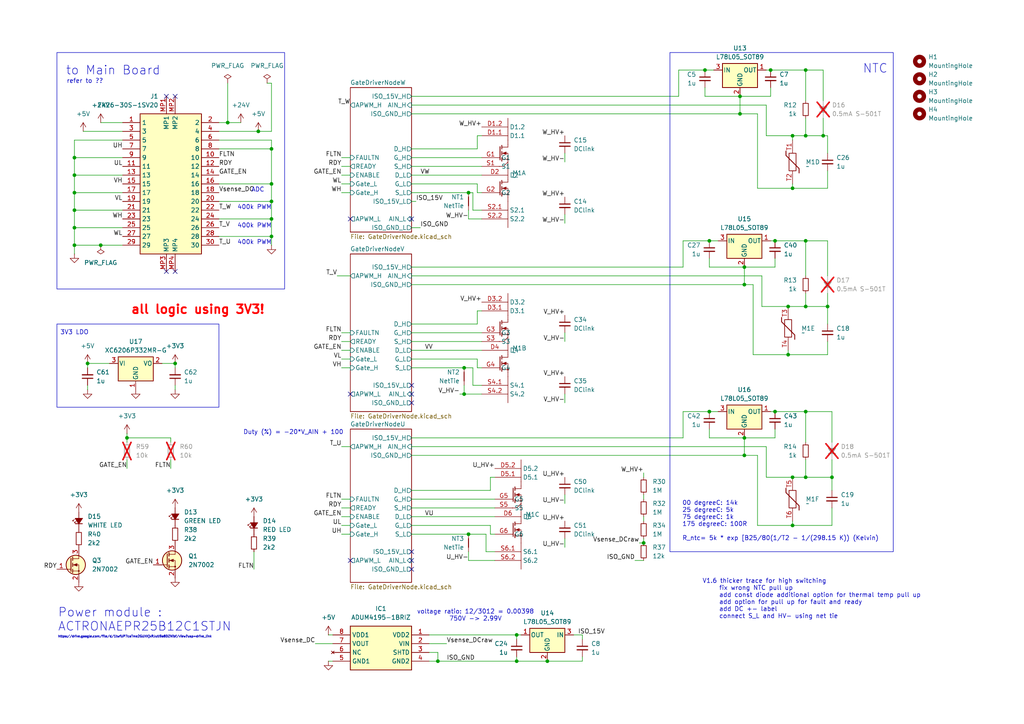
<source format=kicad_sch>
(kicad_sch (version 20231120) (generator "eeschema") (generator_version "8.0")
  (paper "A4")
  (title_block (title "INV_GateDriver") (date "2025-08-22") (rev "1.6") (company "NTURacing") (comment 1 "Jack Kuo 郭哲明"))
  (junction (at 29.21 71.12))
  (junction (at 205.74 69.85))
  (junction (at 149.86 191.77))
  (junction (at 21.59 60.96))
  (junction (at 25.4 105.41))
  (junction (at 240.03 88.9))
  (junction (at 78.74 58.42))
  (junction (at 223.52 20.32))
  (junction (at 78.74 53.34))
  (junction (at 21.59 55.88))
  (junction (at 233.68 138.43))
  (junction (at 233.68 20.32))
  (junction (at 229.87 39.37))
  (junction (at 241.3 138.43))
  (junction (at 233.68 69.85))
  (junction (at 229.87 138.43))
  (junction (at 134.62 106.68))
  (junction (at 66.04 35.56))
  (junction (at 134.62 114.3))
  (junction (at 233.68 39.37))
  (junction (at 233.68 88.9))
  (junction (at 214.63 33.02))
  (junction (at 238.76 39.37))
  (junction (at 204.47 20.32))
  (junction (at 205.74 119.38))
  (junction (at 78.74 68.58))
  (junction (at 233.68 119.38))
  (junction (at 50.8 105.41))
  (junction (at 215.9 132.08))
  (junction (at 127 191.77))
  (junction (at 229.87 152.4))
  (junction (at 229.87 54.61))
  (junction (at 215.9 127))
  (junction (at 228.6 88.9))
  (junction (at 228.6 102.87))
  (junction (at 224.79 69.85))
  (junction (at 215.9 77.47))
  (junction (at 78.74 43.18))
  (junction (at 36.83 127))
  (junction (at 21.59 71.12))
  (junction (at 215.9 82.55))
  (junction (at 214.63 27.94))
  (junction (at 21.59 66.04))
  (junction (at 21.59 50.8))
  (junction (at 224.79 119.38))
  (junction (at 135.89 154.94))
  (junction (at 135.89 55.88))
  (junction (at 74.93 38.1))
  (junction (at 78.74 63.5))
  (junction (at 149.86 184.15))
  (junction (at 186.69 157.48))
  (junction (at 21.59 45.72))
  (junction (at 158.75 191.77))
  (no_connect (at 101.6 162.56))
  (no_connect (at 119.38 111.76))
  (no_connect (at 48.26 78.74))
  (no_connect (at 119.38 116.84))
  (no_connect (at 50.8 27.94))
  (no_connect (at 119.38 114.3))
  (no_connect (at 101.6 114.3))
  (no_connect (at 101.6 63.5))
  (no_connect (at 119.38 165.1))
  (no_connect (at 48.26 27.94))
  (no_connect (at 119.38 63.5))
  (no_connect (at 50.8 78.74))
  (no_connect (at 119.38 160.02))
  (no_connect (at 119.38 162.56))
  (wire (pts (xy 135.89 154.94) (xy 140.97 154.94)))
  (wire (pts (xy 29.21 35.56) (xy 35.56 35.56)))
  (wire (pts (xy 24.13 38.1) (xy 35.56 38.1)))
  (wire (pts (xy 220.98 88.9) (xy 228.6 88.9)))
  (wire (pts (xy 49.53 127) (xy 36.83 127)))
  (wire (pts (xy 36.83 125.73) (xy 36.83 127)))
  (wire (pts (xy 77.47 24.13) (xy 78.74 24.13)))
  (wire (pts (xy 46.99 105.41) (xy 50.8 105.41)))
  (wire (pts (xy 127 189.23) (xy 127 191.77)))
  (wire (pts (xy 138.43 106.68) (xy 139.7 106.68)))
  (wire (pts (xy 238.76 39.37) (xy 240.03 39.37)))
  (wire (pts (xy 204.47 27.94) (xy 214.63 27.94)))
  (wire (pts (xy 139.7 114.3) (xy 134.62 114.3)))
  (wire (pts (xy 205.74 127) (xy 215.9 127)))
  (wire (pts (xy 222.25 39.37) (xy 229.87 39.37)))
  (wire (pts (xy 163.83 99.06) (xy 163.83 96.52)))
  (wire (pts (xy 163.83 146.05) (xy 163.83 143.51)))
  (wire (pts (xy 223.52 27.94) (xy 214.63 27.94)))
  (wire (pts (xy 219.71 54.61) (xy 229.87 54.61)))
  (wire (pts (xy 73.66 165.1) (xy 73.66 160.02)))
  (wire (pts (xy 240.03 85.09) (xy 240.03 88.9)))
  (wire (pts (xy 224.79 69.85) (xy 233.68 69.85)))
  (wire (pts (xy 137.16 106.68) (xy 137.16 111.76)))
  (wire (pts (xy 21.59 71.12) (xy 21.59 73.66)))
  (wire (pts (xy 138.43 104.14) (xy 138.43 106.68)))
  (wire (pts (xy 21.59 66.04) (xy 21.59 71.12)))
  (wire (pts (xy 205.74 74.93) (xy 205.74 77.47)))
  (wire (pts (xy 99.06 55.88) (xy 101.6 55.88)))
  (wire (pts (xy 240.03 102.87) (xy 228.6 102.87)))
  (wire (pts (xy 215.9 77.47) (xy 224.79 77.47)))
  (wire (pts (xy 99.06 144.78) (xy 101.6 144.78)))
  (wire (pts (xy 229.87 152.4) (xy 241.3 152.4)))
  (wire (pts (xy 205.74 124.46) (xy 205.74 127)))
  (wire (pts (xy 207.01 20.32) (xy 204.47 20.32)))
  (wire (pts (xy 138.43 39.37) (xy 138.43 43.18)))
  (wire (pts (xy 119.38 127) (xy 198.12 127)))
  (wire (pts (xy 140.97 160.02) (xy 143.51 160.02)))
  (wire (pts (xy 137.16 111.76) (xy 139.7 111.76)))
  (wire (pts (xy 135.89 160.02) (xy 135.89 162.56)))
  (wire (pts (xy 233.68 119.38) (xy 233.68 128.27)))
  (wire (pts (xy 119.38 96.52) (xy 139.7 96.52)))
  (wire (pts (xy 215.9 132.08) (xy 219.71 132.08)))
  (wire (pts (xy 204.47 20.32) (xy 196.85 20.32)))
  (wire (pts (xy 222.25 20.32) (xy 223.52 20.32)))
  (wire (pts (xy 119.38 66.04) (xy 121.92 66.04)))
  (wire (pts (xy 205.74 119.38) (xy 198.12 119.38)))
  (wire (pts (xy 99.06 149.86) (xy 101.6 149.86)))
  (wire (pts (xy 138.43 43.18) (xy 119.38 43.18)))
  (wire (pts (xy 222.25 138.43) (xy 229.87 138.43)))
  (wire (pts (xy 119.38 77.47) (xy 198.12 77.47)))
  (wire (pts (xy 224.79 119.38) (xy 233.68 119.38)))
  (wire (pts (xy 205.74 69.85) (xy 208.28 69.85)))
  (wire (pts (xy 186.69 157.48) (xy 186.69 156.21)))
  (wire (pts (xy 99.06 45.72) (xy 101.6 45.72)))
  (wire (pts (xy 205.74 77.47) (xy 215.9 77.47)))
  (wire (pts (xy 36.83 128.27) (xy 36.83 127)))
  (wire (pts (xy 229.87 54.61) (xy 240.03 54.61)))
  (wire (pts (xy 63.5 58.42) (xy 78.74 58.42)))
  (wire (pts (xy 129.54 186.69) (xy 124.46 186.69)))
  (wire (pts (xy 215.9 127) (xy 215.9 132.08)))
  (wire (pts (xy 119.38 45.72) (xy 139.7 45.72)))
  (wire (pts (xy 220.98 80.01) (xy 220.98 88.9)))
  (wire (pts (xy 233.68 20.32) (xy 238.76 20.32)))
  (wire (pts (xy 241.3 142.24) (xy 241.3 138.43)))
  (wire (pts (xy 223.52 119.38) (xy 224.79 119.38)))
  (wire (pts (xy 219.71 33.02) (xy 219.71 54.61)))
  (wire (pts (xy 168.91 190.5) (xy 168.91 191.77)))
  (wire (pts (xy 78.74 40.64) (xy 78.74 43.18)))
  (wire (pts (xy 119.38 106.68) (xy 134.62 106.68)))
  (wire (pts (xy 119.38 104.14) (xy 138.43 104.14)))
  (wire (pts (xy 233.68 88.9) (xy 228.6 88.9)))
  (wire (pts (xy 219.71 132.08) (xy 219.71 152.4)))
  (wire (pts (xy 163.83 116.84) (xy 163.83 114.3)))
  (wire (pts (xy 119.38 152.4) (xy 142.24 152.4)))
  (wire (pts (xy 25.4 105.41) (xy 31.75 105.41)))
  (wire (pts (xy 233.68 34.29) (xy 233.68 39.37)))
  (wire (pts (xy 228.6 102.87) (xy 218.44 102.87)))
  (wire (pts (xy 229.87 54.61) (xy 229.87 53.34)))
  (wire (pts (xy 185.42 157.48) (xy 186.69 157.48)))
  (wire (pts (xy 50.8 105.41) (xy 50.8 106.68)))
  (wire (pts (xy 134.62 106.68) (xy 137.16 106.68)))
  (wire (pts (xy 241.3 119.38) (xy 233.68 119.38)))
  (wire (pts (xy 139.7 90.17) (xy 138.43 90.17)))
  (wire (pts (xy 134.62 111.76) (xy 134.62 114.3)))
  (wire (pts (xy 99.06 152.4) (xy 101.6 152.4)))
  (wire (pts (xy 63.5 40.64) (xy 78.74 40.64)))
  (wire (pts (xy 63.5 43.18) (xy 78.74 43.18)))
  (wire (pts (xy 240.03 44.45) (xy 240.03 39.37)))
  (wire (pts (xy 142.24 138.43) (xy 142.24 142.24)))
  (wire (pts (xy 137.16 55.88) (xy 137.16 60.96)))
  (wire (pts (xy 119.38 154.94) (xy 135.89 154.94)))
  (wire (pts (xy 135.89 55.88) (xy 137.16 55.88)))
  (wire (pts (xy 214.63 27.94) (xy 214.63 33.02)))
  (wire (pts (xy 138.43 90.17) (xy 138.43 93.98)))
  (wire (pts (xy 139.7 39.37) (xy 138.43 39.37)))
  (wire (pts (xy 240.03 80.01) (xy 240.03 69.85)))
  (wire (pts (xy 223.52 25.4) (xy 223.52 27.94)))
  (wire (pts (xy 186.69 144.78) (xy 186.69 143.51)))
  (wire (pts (xy 99.06 129.54) (xy 101.6 129.54)))
  (wire (pts (xy 222.25 129.54) (xy 222.25 138.43)))
  (wire (pts (xy 21.59 71.12) (xy 29.21 71.12)))
  (wire (pts (xy 21.59 40.64) (xy 35.56 40.64)))
  (wire (pts (xy 74.93 38.1) (xy 63.5 38.1)))
  (wire (pts (xy 99.06 104.14) (xy 101.6 104.14)))
  (wire (pts (xy 215.9 82.55) (xy 119.38 82.55)))
  (wire (pts (xy 142.24 142.24) (xy 119.38 142.24)))
  (wire (pts (xy 241.3 133.35) (xy 241.3 138.43)))
  (wire (pts (xy 78.74 68.58) (xy 78.74 63.5)))
  (wire (pts (xy 223.52 69.85) (xy 224.79 69.85)))
  (wire (pts (xy 218.44 82.55) (xy 218.44 102.87)))
  (wire (pts (xy 168.91 191.77) (xy 158.75 191.77)))
  (wire (pts (xy 163.83 158.75) (xy 163.83 156.21)))
  (wire (pts (xy 223.52 20.32) (xy 233.68 20.32)))
  (wire (pts (xy 99.06 50.8) (xy 101.6 50.8)))
  (wire (pts (xy 119.38 33.02) (xy 214.63 33.02)))
  (wire (pts (xy 50.8 111.76) (xy 50.8 113.03)))
  (wire (pts (xy 149.86 185.42) (xy 149.86 184.15)))
  (wire (pts (xy 99.06 96.52) (xy 101.6 96.52)))
  (wire (pts (xy 63.5 53.34) (xy 78.74 53.34)))
  (wire (pts (xy 99.06 53.34) (xy 101.6 53.34)))
  (wire (pts (xy 224.79 74.93) (xy 224.79 77.47)))
  (wire (pts (xy 21.59 60.96) (xy 35.56 60.96)))
  (wire (pts (xy 21.59 50.8) (xy 21.59 55.88)))
  (wire (pts (xy 142.24 152.4) (xy 142.24 154.94)))
  (wire (pts (xy 186.69 151.13) (xy 186.69 149.86)))
  (wire (pts (xy 241.3 138.43) (xy 233.68 138.43)))
  (wire (pts (xy 49.53 133.35) (xy 49.53 135.89)))
  (wire (pts (xy 222.25 30.48) (xy 222.25 39.37)))
  (wire (pts (xy 95.25 184.15) (xy 96.52 184.15)))
  (wire (pts (xy 119.38 80.01) (xy 220.98 80.01)))
  (wire (pts (xy 224.79 124.46) (xy 224.79 127)))
  (wire (pts (xy 233.68 85.09) (xy 233.68 88.9)))
  (wire (pts (xy 168.91 184.15) (xy 166.37 184.15)))
  (wire (pts (xy 21.59 45.72) (xy 35.56 45.72)))
  (wire (pts (xy 143.51 162.56) (xy 135.89 162.56)))
  (wire (pts (xy 119.38 48.26) (xy 139.7 48.26)))
  (wire (pts (xy 119.38 101.6) (xy 139.7 101.6)))
  (wire (pts (xy 119.38 129.54) (xy 222.25 129.54)))
  (wire (pts (xy 229.87 152.4) (xy 229.87 151.13)))
  (wire (pts (xy 66.04 35.56) (xy 63.5 35.56)))
  (wire (pts (xy 240.03 93.98) (xy 240.03 88.9)))
  (wire (pts (xy 135.89 60.96) (xy 135.89 63.5)))
  (wire (pts (xy 233.68 138.43) (xy 229.87 138.43)))
  (wire (pts (xy 138.43 53.34) (xy 138.43 55.88)))
  (wire (pts (xy 137.16 60.96) (xy 139.7 60.96)))
  (wire (pts (xy 240.03 88.9) (xy 233.68 88.9)))
  (wire (pts (xy 163.83 46.99) (xy 163.83 44.45)))
  (wire (pts (xy 66.04 24.13) (xy 66.04 35.56)))
  (wire (pts (xy 198.12 69.85) (xy 198.12 77.47)))
  (wire (pts (xy 69.85 35.56) (xy 66.04 35.56)))
  (wire (pts (xy 21.59 60.96) (xy 21.59 66.04)))
  (wire (pts (xy 218.44 82.55) (xy 215.9 82.55)))
  (wire (pts (xy 119.38 50.8) (xy 139.7 50.8)))
  (wire (pts (xy 238.76 34.29) (xy 238.76 39.37)))
  (wire (pts (xy 134.62 114.3) (xy 133.35 114.3)))
  (wire (pts (xy 49.53 128.27) (xy 49.53 127)))
  (wire (pts (xy 186.69 137.16) (xy 186.69 138.43)))
  (wire (pts (xy 21.59 55.88) (xy 35.56 55.88)))
  (wire (pts (xy 78.74 58.42) (xy 78.74 53.34)))
  (wire (pts (xy 142.24 154.94) (xy 143.51 154.94)))
  (wire (pts (xy 99.06 147.32) (xy 101.6 147.32)))
  (wire (pts (xy 119.38 27.94) (xy 196.85 27.94)))
  (wire (pts (xy 21.59 45.72) (xy 21.59 50.8)))
  (wire (pts (xy 119.38 144.78) (xy 143.51 144.78)))
  (wire (pts (xy 229.87 39.37) (xy 233.68 39.37)))
  (wire (pts (xy 198.12 69.85) (xy 205.74 69.85)))
  (wire (pts (xy 127 191.77) (xy 149.86 191.77)))
  (wire (pts (xy 233.68 20.32) (xy 233.68 29.21)))
  (wire (pts (xy 63.5 63.5) (xy 78.74 63.5)))
  (wire (pts (xy 241.3 128.27) (xy 241.3 119.38)))
  (wire (pts (xy 233.68 69.85) (xy 233.68 80.01)))
  (wire (pts (xy 78.74 71.12) (xy 78.74 68.58)))
  (wire (pts (xy 78.74 63.5) (xy 78.74 58.42)))
  (wire (pts (xy 215.9 77.47) (xy 215.9 82.55)))
  (wire (pts (xy 120.65 58.42) (xy 119.38 58.42)))
  (wire (pts (xy 184.15 162.56) (xy 186.69 162.56)))
  (wire (pts (xy 124.46 189.23) (xy 127 189.23)))
  (wire (pts (xy 240.03 99.06) (xy 240.03 102.87)))
  (wire (pts (xy 149.86 190.5) (xy 149.86 191.77)))
  (wire (pts (xy 238.76 20.32) (xy 238.76 29.21)))
  (wire (pts (xy 119.38 55.88) (xy 135.89 55.88)))
  (wire (pts (xy 219.71 152.4) (xy 229.87 152.4)))
  (wire (pts (xy 204.47 25.4) (xy 204.47 27.94)))
  (wire (pts (xy 163.83 64.77) (xy 163.83 62.23)))
  (wire (pts (xy 119.38 147.32) (xy 143.51 147.32)))
  (wire (pts (xy 99.06 48.26) (xy 101.6 48.26)))
  (wire (pts (xy 119.38 149.86) (xy 143.51 149.86)))
  (wire (pts (xy 196.85 20.32) (xy 196.85 27.94)))
  (wire (pts (xy 205.74 119.38) (xy 208.28 119.38)))
  (wire (pts (xy 25.4 111.76) (xy 25.4 113.03)))
  (wire (pts (xy 135.89 63.5) (xy 139.7 63.5)))
  (wire (pts (xy 78.74 43.18) (xy 78.74 53.34)))
  (wire (pts (xy 119.38 99.06) (xy 139.7 99.06)))
  (wire (pts (xy 119.38 93.98) (xy 138.43 93.98)))
  (wire (pts (xy 21.59 50.8) (xy 35.56 50.8)))
  (wire (pts (xy 21.59 55.88) (xy 21.59 60.96)))
  (wire (pts (xy 95.25 191.77) (xy 96.52 191.77)))
  (wire (pts (xy 151.13 184.15) (xy 149.86 184.15)))
  (wire (pts (xy 149.86 191.77) (xy 158.75 191.77)))
  (wire (pts (xy 78.74 24.13) (xy 78.74 38.1)))
  (wire (pts (xy 91.44 186.69) (xy 96.52 186.69)))
  (wire (pts (xy 21.59 40.64) (xy 21.59 45.72)))
  (wire (pts (xy 21.59 66.04) (xy 35.56 66.04)))
  (wire (pts (xy 233.68 39.37) (xy 238.76 39.37)))
  (wire (pts (xy 99.06 154.94) (xy 101.6 154.94)))
  (wire (pts (xy 214.63 33.02) (xy 219.71 33.02)))
  (wire (pts (xy 119.38 53.34) (xy 138.43 53.34)))
  (wire (pts (xy 78.74 38.1) (xy 74.93 38.1)))
  (wire (pts (xy 143.51 138.43) (xy 142.24 138.43)))
  (wire (pts (xy 36.83 135.89) (xy 36.83 133.35)))
  (wire (pts (xy 29.21 71.12) (xy 35.56 71.12)))
  (wire (pts (xy 25.4 105.41) (xy 25.4 106.68)))
  (wire (pts (xy 229.87 40.64) (xy 229.87 39.37)))
  (wire (pts (xy 99.06 99.06) (xy 101.6 99.06)))
  (wire (pts (xy 99.06 101.6) (xy 101.6 101.6)))
  (wire (pts (xy 97.79 80.01) (xy 101.6 80.01)))
  (wire (pts (xy 240.03 49.53) (xy 240.03 54.61)))
  (wire (pts (xy 119.38 30.48) (xy 222.25 30.48)))
  (wire (pts (xy 233.68 133.35) (xy 233.68 138.43)))
  (wire (pts (xy 124.46 184.15) (xy 149.86 184.15)))
  (wire (pts (xy 127 191.77) (xy 124.46 191.77)))
  (wire (pts (xy 168.91 185.42) (xy 168.91 184.15)))
  (wire (pts (xy 241.3 147.32) (xy 241.3 152.4)))
  (wire (pts (xy 99.06 106.68) (xy 101.6 106.68)))
  (wire (pts (xy 228.6 101.6) (xy 228.6 102.87)))
  (wire (pts (xy 63.5 68.58) (xy 78.74 68.58)))
  (wire (pts (xy 240.03 69.85) (xy 233.68 69.85)))
  (wire (pts (xy 215.9 127) (xy 224.79 127)))
  (wire (pts (xy 140.97 154.94) (xy 140.97 160.02)))
  (wire (pts (xy 138.43 55.88) (xy 139.7 55.88)))
  (wire (pts (xy 198.12 119.38) (xy 198.12 127)))
  (wire (pts (xy 119.38 132.08) (xy 215.9 132.08)))
  (rectangle (start 16.51 15.24) (end 82.55 83.82))
  (rectangle (start 16.51 93.98) (end 63.5 118.11))
  (rectangle (start 194.31 15.24) (end 259.08 160.02))
  (text "Power module :\nACTRONAEPR25B12C1STJN" (at 16.764 176.276 0) (effects (font (size 2.54 2.54)) (justify left top)))
  (text "NTC" (at 250.19 18.542 0) (effects (font (size 2.54 2.54)) (justify left top)))
  (text "all logic using 3V3!" (at 57.404 89.916 0) (effects (font (size 2.54 2.54) (thickness 0.508) (bold yes))))
  (text "V1.6 thicker trace for high switching\n     fix wrong NTC pull up\n     add const diode additional option for thermal temp pull up\n     add option for pull up for fault and ready\n     add DC +- label\n     connect S_L and HV- using net tie" (at 203.708 167.894 0) (effects (font (size 1.27 1.27)) (justify left top)))
  (text "Duty (%) = -20*V_AIN + 100" (at 85.09 125.476 0) (effects (font (size 1.27 1.27))))
  (text "400k PWM" (at 68.834 60.96 0) (effects (font (size 1.27 1.27)) (justify left bottom)))
  (text "refer to ??" (at 19.304 23.622 0) (effects (font (size 1.27 1.27)) (justify left)))
  (text "to Main Board" (at 19.05 19.05 0) (effects (font (size 2.54 2.54)) (justify left top)))
  (text "ADC" (at 76.708 55.88 0) (effects (font (size 1.27 1.27)) (justify right bottom)))
  (text "3V3 LDO\n" (at 21.59 96.52 0) (effects (font (size 1.27 1.27))))
  (text "00 degreeC: 14k\n25 degreeC: 5k\n75 degreeC: 1k\n175 degreeC: 100R\n\nR_ntc= 5k * exp [B25/80(1/T2 - 1/(298.15 K)) (Kelvin)" (at 197.866 151.13 0) (effects (font (size 1.27 1.27)) (justify left)))
  (text "voltage ratio: 12/3012 = 0.00398\n750V -> 2.99V" (at 137.922 178.562 0) (effects (font (size 1.27 1.27))))
  (text "400k PWM" (at 68.834 66.294 0) (effects (font (size 1.27 1.27)) (justify left bottom)))
  (text "400k PWM" (at 68.834 71.12 0) (effects (font (size 1.27 1.27)) (justify left bottom)))
  (text "https://drive.google.com/file/d/1twfUP7caTme2GUXKjxRJutl9a8DZNibf/view?usp=drive_link" (at 16.764 184.404 0) (effects (font (size 0.635 0.635)) (justify left top)))
  (label "V_HV-" (at 163.83 116.84 180))
  (label "T_U" (at 63.5 71.12 0))
  (label "FLTN" (at 99.06 144.78 180))
  (label "U_HV-" (at 163.83 146.05 180))
  (label "GATE_EN" (at 99.06 101.6 180))
  (label "FLTN" (at 99.06 45.72 180))
  (label "T_U" (at 99.06 129.54 180))
  (label "VH" (at 99.06 106.68 180))
  (label "ISO_GND" (at 184.15 162.56 180))
  (label "ISO_GND" (at 129.54 191.77 0))
  (label "RDY" (at 99.06 147.32 180))
  (label "GATE_EN" (at 99.06 149.86 180))
  (label "W_HV-" (at 135.89 63.5 180))
  (label "VV" (at 123.19 101.6 0))
  (label "VL" (at 99.06 104.14 180))
  (label "GATE_EN" (at 44.45 163.83 180))
  (label "RDY" (at 99.06 99.06 180))
  (label "W_HV-" (at 163.83 46.99 180))
  (label "U_HV-" (at 163.83 158.75 180))
  (label "GATE_EN" (at 36.83 135.89 180))
  (label "ISO_15V" (at 167.64 184.15 0))
  (label "WL" (at 99.06 53.34 180))
  (label "Vsense_DCraw" (at 185.42 157.48 180))
  (label "VW" (at 121.92 50.8 0))
  (label "V_HV+" (at 163.83 91.44 180))
  (label "GATE_EN" (at 99.06 50.8 180))
  (label "VH" (at 35.56 53.34 180))
  (label "W_HV+" (at 186.69 137.16 180))
  (label "RDY" (at 16.51 165.1 180))
  (label "WH" (at 99.06 55.88 180))
  (label "W_HV-" (at 163.83 64.77 180))
  (label "W_HV+" (at 163.83 39.37 180))
  (label "V_HV-" (at 133.35 114.3 180))
  (label "FLTN" (at 63.5 45.72 0))
  (label "Vsense_DCraw" (at 129.54 186.69 0))
  (label "WH" (at 35.56 63.5 180))
  (label "V_HV-" (at 163.83 99.06 180))
  (label "VL" (at 35.56 58.42 180))
  (label "UL" (at 35.56 48.26 180))
  (label "U_HV+" (at 163.83 151.13 180))
  (label "FLTN" (at 73.66 165.1 180))
  (label "VU" (at 123.19 149.86 0))
  (label "U_HV+" (at 163.83 138.43 180))
  (label "T_V" (at 63.5 66.04 0))
  (label "WL" (at 35.56 68.58 180))
  (label "ISO_15V" (at 120.65 58.42 0))
  (label "Vsense_DC" (at 91.44 186.69 180))
  (label "FLTN" (at 99.06 96.52 180))
  (label "UL" (at 99.06 152.4 180))
  (label "W_HV+" (at 139.7 36.83 180))
  (label "RDY" (at 63.5 48.26 0))
  (label "T_W" (at 101.6 30.48 180))
  (label "T_V" (at 97.79 80.01 180))
  (label "U_HV+" (at 143.51 135.89 180))
  (label "UH" (at 99.06 154.94 180))
  (label "ISO_GND" (at 121.92 66.04 0))
  (label "T_W" (at 63.5 60.96 0))
  (label "Vsense_DC" (at 63.5 55.88 0))
  (label "W_HV+" (at 163.83 57.15 180))
  (label "UH" (at 35.56 43.18 180))
  (label "FLTN" (at 49.53 135.89 180))
  (label "GATE_EN" (at 63.5 50.8 0))
  (label "V_HV+" (at 163.83 109.22 180))
  (label "U_HV-" (at 135.89 162.56 180))
  (label "V_HV+" (at 139.7 87.63 180))
  (label "RDY" (at 99.06 48.26 180))
  (symbol (lib_id "Device:R_Small") (at 233.68 82.55 0) (mirror y) (unit 1)
    (property "Reference" "R13" (at 231.14 81.28 0) (effects (justify left)))
    (property "Value" "1k" (at 231.14 83.82 0) (effects (justify left)))
    (property "Footprint" "Resistor_SMD:R_0603_1608Metric" (effects (hide yes)))
    (property "Description" "Resistor, small symbol" (effects (hide yes)))
  )
  (symbol (lib_id "power:GND") (at 22.86 168.91 0) (unit 1)
    (property "Reference" "#PWR039" (effects (hide yes)))
    (property "Value" "GND" (effects (hide yes)))
    (property "Description" "Power symbol creates a global label with name \"GND\" , ground" (effects (hide yes)))
  )
  (symbol (lib_id "Device:C_Small") (at 149.86 187.96 0) (mirror y) (unit 1)
    (property "Reference" "C24" (at 147.32 186.6963 0) (effects (justify left)))
    (property "Value" "1u" (at 147.32 189.2363 0) (effects (justify left)))
    (property "Footprint" "Capacitor_SMD:C_0603_1608Metric" (effects (hide yes)))
    (property "Description" "Unpolarized capacitor, small symbol" (effects (hide yes)))
  )
  (symbol (lib_id "Mechanical:MountingHole") (at 266.7 27.94 0) (unit 1) (exclude_from_sim yes) (in_bom no)
    (property "Reference" "H3" (at 269.24 26.67 0) (effects (justify left)))
    (property "Value" "MountingHole" (at 269.24 29.21 0) (effects (justify left)))
    (property "Footprint" "MountingHole:MountingHole_3.2mm_M3" (effects (hide yes)))
    (property "Description" "Mounting Hole without connection" (effects (hide yes)))
  )
  (symbol (lib_id "Device:C_Small") (at 240.03 46.99 0) (unit 1)
    (property "Reference" "C26" (at 242.57 45.7263 0) (effects (justify left)))
    (property "Value" "1u" (at 242.57 48.2663 0) (effects (justify left)))
    (property "Footprint" "Capacitor_SMD:C_0603_1608Metric" (effects (hide yes)))
    (property "Description" "Unpolarized capacitor, small symbol" (effects (hide yes)))
  )
  (symbol (lib_id "power:+24V") (at 29.21 35.56 0) (unit 1)
    (property "Reference" "#PWR05" (effects (hide yes)))
    (property "Value" "+24V" (at 29.21 30.48 0))
    (property "Description" "Power symbol creates a global label with name \"+24V\"" (effects (hide yes)))
  )
  (symbol (lib_id "Device:NetTie_2") (at 134.62 109.22 90) (unit 1) (in_bom no)
    (property "Reference" "NT2" (at 133.35 107.9499 90) (effects (justify left)))
    (property "Value" "NetTie" (at 133.35 110.4899 90) (effects (justify left)))
    (property "Footprint" "NetTie:NetTie-2_SMD_Pad2.0mm" (effects (hide yes)))
    (property "Description" "Net tie, 2 pins" (effects (hide yes)))
  )
  (symbol (lib_id "Device:R_Small") (at 186.69 147.32 180) (unit 1)
    (property "Reference" "R32" (at 189.23 146.0499 0) (effects (justify right)))
    (property "Value" "1M" (at 189.23 148.5899 0) (effects (justify right)))
    (property "Footprint" "Resistor_SMD:R_1206_3216Metric" (effects (hide yes)))
    (property "Description" "Resistor, small symbol" (effects (hide yes)))
  )
  (symbol (lib_id "power:+3V3") (at 22.86 148.59 0) (unit 1)
    (property "Reference" "#PWR033" (effects (hide yes)))
    (property "Value" "+3V3" (at 22.86 143.51 0))
    (property "Description" "Power symbol creates a global label with name \"+3V3\"" (effects (hide yes)))
  )
  (symbol (lib_id "power:+3V3") (at 73.66 149.86 0) (unit 1)
    (property "Reference" "#PWR030" (effects (hide yes)))
    (property "Value" "+3V3" (at 73.66 144.78 0))
    (property "Description" "Power symbol creates a global label with name \"+3V3\"" (effects (hide yes)))
  )
  (symbol (lib_id "Device:R_Small") (at 186.69 140.97 180) (unit 1)
    (property "Reference" "R30" (at 189.23 139.6999 0) (effects (justify right)))
    (property "Value" "1M" (at 189.23 142.2399 0) (effects (justify right)))
    (property "Footprint" "Resistor_SMD:R_1206_3216Metric" (effects (hide yes)))
    (property "Description" "Resistor, small symbol" (effects (hide yes)))
  )
  (symbol (lib_id "Device:R_Small") (at 73.66 157.48 0) (unit 1)
    (property "Reference" "R39" (at 76.2 156.21 0) (effects (justify left)))
    (property "Value" "2k2" (at 76.2 158.75 0) (effects (justify left)))
    (property "Footprint" "Resistor_SMD:R_0402_1005Metric" (effects (hide yes)))
    (property "Description" "Resistor, small symbol" (effects (hide yes)))
  )
  (symbol (lib_id "power:+24V") (at 69.85 35.56 0) (mirror y) (unit 1)
    (property "Reference" "#PWR02" (effects (hide yes)))
    (property "Value" "+24V" (at 69.85 30.48 0))
    (property "Description" "Power symbol creates a global label with name \"+24V\"" (effects (hide yes)))
  )
  (symbol (lib_id "power:GND") (at 39.37 113.03 0) (unit 1)
    (property "Reference" "#PWR021" (effects (hide yes)))
    (property "Value" "GND" (effects (hide yes)))
    (property "Description" "Power symbol creates a global label with name \"GND\" , ground" (effects (hide yes)))
  )
  (symbol (lib_id "power:+5V") (at 24.13 38.1 0) (unit 1)
    (property "Reference" "#PWR04" (effects (hide yes)))
    (property "Value" "+5V" (at 24.13 33.02 0))
    (property "Description" "Power symbol creates a global label with name \"+5V\"" (effects (hide yes)))
  )
  (symbol (lib_id "power:GND") (at 25.4 113.03 0) (unit 1)
    (property "Reference" "#PWR023" (effects (hide yes)))
    (property "Value" "GND" (effects (hide yes)))
    (property "Description" "Power symbol creates a global label with name \"GND\" , ground" (effects (hide yes)))
  )
  (symbol (lib_id "Device:C_Small") (at 204.47 22.86 0) (mirror y) (unit 1)
    (property "Reference" "C5" (at 201.93 21.5963 0) (effects (justify left)))
    (property "Value" "1u" (at 201.93 24.1363 0) (effects (justify left)))
    (property "Footprint" "Capacitor_SMD:C_0603_1608Metric" (effects (hide yes)))
    (property "Description" "Unpolarized capacitor, small symbol" (effects (hide yes)))
  )
  (symbol (lib_id "Device:C_Small") (at 163.83 140.97 0) (unit 1)
    (property "Reference" "C50" (at 166.37 139.7063 0) (effects (justify left)))
    (property "Value" "DClink" (at 166.37 142.2463 0) (effects (justify left)))
    (property "Footprint" "SamacSys_Parts_EP6:B58035U5205M062" (effects (hide yes)))
    (property "Description" "Unpolarized capacitor, small symbol" (effects (hide yes)))
  )
  (symbol (lib_id "power:+5V") (at 74.93 38.1 0) (mirror y) (unit 1)
    (property "Reference" "#PWR07" (effects (hide yes)))
    (property "Value" "+5V" (at 74.93 33.02 0))
    (property "Description" "Power symbol creates a global label with name \"+5V\"" (effects (hide yes)))
  )
  (symbol (lib_id "SamacSys_Parts_EP6:FX26-30S-1SV20") (at 50.8 78.74 270) (mirror x) (unit 1)
    (property "Reference" "J1" (at 45.9465 27.94 90) (effects (justify right)))
    (property "Value" "FX26-30S-1SV20" (at 45.9465 30.48 90) (effects (justify right)))
    (property "Footprint" "SamacSys_Parts_EP6:FX2630S1SV20" (effects (hide yes)))
    (property "Datasheet" "https://www.hirose.com/product/download/?distributor=all&type=catalogue&lang=en&series=FX26" (effects (hide yes)))
    (property "Description" "30 Position Connector Receptacle, Floating Surface Mount Gold" (effects (hide yes)))
    (property "Height" "17" (effects (hide yes)))
    (property "Mouser Part Number" "798-FX2630S1SV20" (effects (hide yes)))
    (property "Mouser Price/Stock" "https://www.mouser.co.uk/ProductDetail/Hirose-Connector/FX26-30S-1SV20?qs=QNEnbhJQKvYSwyt6W3gAGQ%3D%3D" (effects (hide yes)))
    (property "Manufacturer_Name" "Hirose" (effects (hide yes)))
    (property "Manufacturer_Part_Number" "FX26-30S-1SV20" (effects (hide yes)))
  )
  (symbol (lib_id "Device:LED_Small_Filled") (at 73.66 152.4 90) (unit 1)
    (property "Reference" "D14" (at 76.2 151.0664 90) (effects (justify right)))
    (property "Value" "RED LED" (at 76.2 153.6064 90) (effects (justify right)))
    (property "Footprint" "LED_SMD:LED_0805_2012Metric" (effects (hide yes)))
    (property "Description" "Light emitting diode, small symbol, filled shape" (effects (hide yes)))
  )
  (symbol (lib_id "power:GND") (at 50.8 113.03 0) (unit 1)
    (property "Reference" "#PWR022" (effects (hide yes)))
    (property "Value" "GND" (effects (hide yes)))
    (property "Description" "Power symbol creates a global label with name \"GND\" , ground" (effects (hide yes)))
  )
  (symbol (lib_id "power:PWR_FLAG") (at 29.21 71.12 180) (unit 1)
    (property "Reference" "#FLG03" (effects (hide yes)))
    (property "Value" "PWR_FLAG" (at 29.21 76.2 0))
    (property "Description" "Special symbol for telling ERC where power comes from" (effects (hide yes)))
  )
  (symbol (lib_id "Device:C_Small") (at 168.91 187.96 0) (unit 1)
    (property "Reference" "C8" (at 171.45 186.6963 0) (effects (justify left)))
    (property "Value" "1u" (at 171.45 189.2363 0) (effects (justify left)))
    (property "Footprint" "Capacitor_SMD:C_0603_1608Metric" (effects (hide yes)))
    (property "Description" "Unpolarized capacitor, small symbol" (effects (hide yes)))
  )
  (symbol (lib_id "PCM_Transistor_MOSFET_AKL:2N7002") (at 20.32 163.83 0) (unit 1)
    (property "Reference" "Q3" (at 26.67 162.56 0) (effects (justify left)))
    (property "Value" "2N7002" (at 26.67 165.1 0) (effects (justify left)))
    (property "Footprint" "Package_TO_SOT_SMD:SOT-23" (effects (hide yes)))
    (property "Datasheet" "https://www.tme.eu/Document/7df5cae36abdfcedddb681f5be886f05/2N7000.pdf" (effects (hide yes)))
    (property "Description" "SOT-23 N-MOSFET enchancement mode transistor, 60V, 115mA, 200mW, Alternate KiCAD Library" (effects (hide yes)))
  )
  (symbol (lib_id "Regulator_Linear:XC6206PxxxMR") (at 39.37 105.41 0) (unit 1)
    (property "Reference" "U17" (at 39.37 99.06 0))
    (property "Value" "XC6206P332MR-G" (at 39.37 101.6 0))
    (property "Footprint" "Package_TO_SOT_SMD:SOT-23-3" (effects (hide yes)))
    (property "Datasheet" "https://www.torexsemi.com/file/xc6206/XC6206.pdf" (effects (hide yes)))
    (property "Description" "Positive 60-250mA Low Dropout Regulator, Fixed Output, SOT-23" (effects (hide yes)))
  )
  (symbol (lib_id "Device:NetTie_2") (at 135.89 58.42 90) (unit 1) (in_bom no)
    (property "Reference" "NT1" (at 134.62 57.1499 90) (effects (justify left)))
    (property "Value" "NetTie" (at 134.62 59.6899 90) (effects (justify left)))
    (property "Footprint" "NetTie:NetTie-2_SMD_Pad2.0mm" (effects (hide yes)))
    (property "Description" "Net tie, 2 pins" (effects (hide yes)))
  )
  (symbol (lib_id "Mechanical:MountingHole") (at 266.7 17.78 0) (unit 1) (exclude_from_sim yes) (in_bom no)
    (property "Reference" "H1" (at 269.24 16.51 0) (effects (justify left)))
    (property "Value" "MountingHole" (at 269.24 19.05 0) (effects (justify left)))
    (property "Footprint" "MountingHole:MountingHole_3.2mm_M3" (effects (hide yes)))
    (property "Description" "Mounting Hole without connection" (effects (hide yes)))
  )
  (symbol (lib_id "Device:LED_Small_Filled") (at 50.8 149.86 90) (unit 1)
    (property "Reference" "D13" (at 53.34 148.5265 90) (effects (justify right)))
    (property "Value" "GREEN LED" (at 53.34 151.0665 90) (effects (justify right)))
    (property "Footprint" "LED_SMD:LED_0805_2012Metric" (effects (hide yes)))
    (property "Description" "Light emitting diode, small symbol, filled shape" (effects (hide yes)))
  )
  (symbol (lib_id "power:GND") (at 50.8 167.64 0) (unit 1)
    (property "Reference" "#PWR028" (effects (hide yes)))
    (property "Value" "GND" (effects (hide yes)))
    (property "Description" "Power symbol creates a global label with name \"GND\" , ground" (effects (hide yes)))
  )
  (symbol (lib_id "Regulator_Linear:L78L05_SOT89") (at 215.9 69.85 0) (unit 1)
    (property "Reference" "U15" (at 215.9 63.5 0))
    (property "Value" "L78L05_SOT89" (at 215.9 66.04 0))
    (property "Footprint" "Package_TO_SOT_SMD:SOT-89-3" (effects (hide yes)))
    (property "Datasheet" "http://www.st.com/content/ccc/resource/technical/document/datasheet/15/55/e5/aa/23/5b/43/fd/CD00000446.pdf/files/CD00000446.pdf/jcr:content/translations/en.CD00000446.pdf" (effects (hide yes)))
    (property "Description" "Positive 100mA 30V Linear Regulator, Fixed Output 5V, SOT-89" (effects (hide yes)))
  )
  (symbol (lib_id "Device:LED_Small_Filled") (at 22.86 151.13 90) (unit 1)
    (property "Reference" "D15" (at 25.4 149.7965 90) (effects (justify right)))
    (property "Value" "WHITE LED" (at 25.4 152.3365 90) (effects (justify right)))
    (property "Footprint" "LED_SMD:LED_0805_2012Metric" (effects (hide yes)))
    (property "Description" "Light emitting diode, small symbol, filled shape" (effects (hide yes)))
  )
  (symbol (lib_id "nturt_kicad_lib_EP6:InverterSiCModule") (at 147.32 39.37 0) (unit 1)
    (property "Reference" "M1" (at 148.59 50.165 0) (effects (justify left)))
    (property "Value" "~" (at 148.59 51.435 0) (effects (justify left)))
    (property "Footprint" "nturt_kicad_lib_EP6:InverterSiCModule_HybridPack" (effects (hide yes)))
  )
  (symbol (lib_id "Device:D_Small_Filled") (at 241.3 130.81 90) (unit 1) (dnp yes)
    (property "Reference" "D18" (at 243.84 129.5399 90) (effects (justify right)))
    (property "Value" "0.5mA S-501T" (at 243.84 132.0799 90) (effects (justify right)))
    (property "Footprint" "Diode_SMD:D_1206_3216Metric" (effects (hide yes)))
    (property "Description" "Diode, small symbol, filled shape" (effects (hide yes)))
    (property "Sim.Device" "D" (effects (hide yes)))
    (property "Sim.Pins" "1=K 2=A" (effects (hide yes)))
  )
  (symbol (lib_id "nturt_kicad_lib_EP6:InverterSiCModule") (at 228.6 95.25 270) (unit 5)
    (property "Reference" "M1" (at 232.41 95.25 90) (effects (justify left)))
    (property "Value" "~" (at 232.41 96.52 90) (effects (justify left)))
    (property "Footprint" "nturt_kicad_lib_EP6:InverterSiCModule_HybridPack" (effects (hide yes)))
  )
  (symbol (lib_id "SamacSys_Parts_EP6:ADUM4195-1BRIZ") (at 124.46 184.15 0) (mirror y) (unit 1)
    (property "Reference" "IC1" (at 110.49 176.53 0))
    (property "Value" "ADUM4195-1BRIZ" (at 110.49 179.07 0))
    (property "Footprint" "SamacSys_Parts_EP6:SOIC127P1031X265-8N" (effects (hide yes)))
    (property "Datasheet" "https://www.analog.com/media/en/technical-documentation/data-sheets/adum4195-1.pdf" (effects (hide yes)))
    (property "Description" "Isolation Amplifiers High Stability Isolated Error Amp" (effects (hide yes)))
    (property "Height" "2.65" (effects (hide yes)))
    (property "Manufacturer_Name" "Analog Devices" (effects (hide yes)))
    (property "Manufacturer_Part_Number" "ADUM4195-1BRIZ" (effects (hide yes)))
    (property "Mouser Part Number" "584-ADUM4195-1BRIZ" (effects (hide yes)))
    (property "Mouser Price/Stock" "https://www.mouser.co.uk/ProductDetail/Analog-Devices/ADUM4195-1BRIZ?qs=amGC7iS6iy9u%252BFiCG3B%252BGQ%3D%3D" (effects (hide yes)))
    (property "Arrow Part Number" "ADUM4195-1BRIZ" (effects (hide yes)))
    (property "Arrow Price/Stock" "https://www.arrow.com/en/products/adum4195-1briz/analog-devices?region=nac" (effects (hide yes)))
  )
  (symbol (lib_id "Device:C_Small") (at 241.3 144.78 0) (unit 1)
    (property "Reference" "C19" (at 243.84 143.5163 0) (effects (justify left)))
    (property "Value" "1u" (at 243.84 146.0563 0) (effects (justify left)))
    (property "Footprint" "Capacitor_SMD:C_0603_1608Metric" (effects (hide yes)))
    (property "Description" "Unpolarized capacitor, small symbol" (effects (hide yes)))
  )
  (symbol (lib_id "Device:R_Small") (at 186.69 160.02 180) (unit 1)
    (property "Reference" "R37" (at 189.23 158.7499 0) (effects (justify right)))
    (property "Value" "12k" (at 189.23 161.2899 0) (effects (justify right)))
    (property "Footprint" "Resistor_SMD:R_0805_2012Metric" (effects (hide yes)))
    (property "Description" "Resistor, small symbol" (effects (hide yes)))
  )
  (symbol (lib_id "Device:R_Small") (at 233.68 130.81 0) (mirror y) (unit 1)
    (property "Reference" "R14" (at 231.14 129.54 0) (effects (justify left)))
    (property "Value" "1k" (at 231.14 132.08 0) (effects (justify left)))
    (property "Footprint" "Resistor_SMD:R_0603_1608Metric" (effects (hide yes)))
    (property "Description" "Resistor, small symbol" (effects (hide yes)))
  )
  (symbol (lib_id "Device:D_Small_Filled") (at 240.03 82.55 90) (unit 1) (dnp yes)
    (property "Reference" "D17" (at 242.57 81.2799 90) (effects (justify right)))
    (property "Value" "0.5mA S-501T" (at 242.57 83.8199 90) (effects (justify right)))
    (property "Footprint" "Diode_SMD:D_1206_3216Metric" (effects (hide yes)))
    (property "Description" "Diode, small symbol, filled shape" (effects (hide yes)))
    (property "Sim.Device" "D" (effects (hide yes)))
    (property "Sim.Pins" "1=K 2=A" (effects (hide yes)))
  )
  (symbol (lib_id "Device:C_Small") (at 163.83 59.69 0) (unit 1)
    (property "Reference" "C14" (at 166.37 58.4263 0) (effects (justify left)))
    (property "Value" "DClink" (at 166.37 60.9663 0) (effects (justify left)))
    (property "Footprint" "SamacSys_Parts_EP6:B58035U5205M062" (effects (hide yes)))
    (property "Description" "Unpolarized capacitor, small symbol" (effects (hide yes)))
  )
  (symbol (lib_id "power:+5V") (at 25.4 105.41 0) (unit 1)
    (property "Reference" "#PWR025" (effects (hide yes)))
    (property "Value" "+5V" (at 25.4 100.33 0))
    (property "Description" "Power symbol creates a global label with name \"+5V\"" (effects (hide yes)))
  )
  (symbol (lib_id "Device:C_Small") (at 205.74 121.92 0) (mirror y) (unit 1)
    (property "Reference" "C42" (at 203.2 120.6563 0) (effects (justify left)))
    (property "Value" "1u" (at 203.2 123.1963 0) (effects (justify left)))
    (property "Footprint" "Capacitor_SMD:C_0603_1608Metric" (effects (hide yes)))
    (property "Description" "Unpolarized capacitor, small symbol" (effects (hide yes)))
  )
  (symbol (lib_id "Device:C_Small") (at 163.83 41.91 0) (unit 1)
    (property "Reference" "C15" (at 166.37 40.6463 0) (effects (justify left)))
    (property "Value" "DClink" (at 166.37 43.1863 0) (effects (justify left)))
    (property "Footprint" "SamacSys_Parts_EP6:B58035U5205M062" (effects (hide yes)))
    (property "Description" "Unpolarized capacitor, small symbol" (effects (hide yes)))
  )
  (symbol (lib_id "Device:C_Small") (at 205.74 72.39 0) (mirror y) (unit 1)
    (property "Reference" "C27" (at 203.2 71.1263 0) (effects (justify left)))
    (property "Value" "1u" (at 203.2 73.6663 0) (effects (justify left)))
    (property "Footprint" "Capacitor_SMD:C_0603_1608Metric" (effects (hide yes)))
    (property "Description" "Unpolarized capacitor, small symbol" (effects (hide yes)))
  )
  (symbol (lib_id "power:GND") (at 78.74 71.12 0) (unit 1)
    (property "Reference" "#PWR01" (effects (hide yes)))
    (property "Value" "GND" (effects (hide yes)))
    (property "Description" "Power symbol creates a global label with name \"GND\" , ground" (effects (hide yes)))
  )
  (symbol (lib_id "Device:R_Small") (at 50.8 154.94 0) (unit 1)
    (property "Reference" "R38" (at 53.34 153.67 0) (effects (justify left)))
    (property "Value" "2k2" (at 53.34 156.21 0) (effects (justify left)))
    (property "Footprint" "Resistor_SMD:R_0402_1005Metric" (effects (hide yes)))
    (property "Description" "Resistor, small symbol" (effects (hide yes)))
  )
  (symbol (lib_id "nturt_kicad_lib_EP6:InverterSiCModule") (at 229.87 46.99 270) (unit 4)
    (property "Reference" "M1" (at 233.68 46.99 90) (effects (justify left)))
    (property "Value" "~" (at 233.68 48.26 90) (effects (justify left)))
    (property "Footprint" "nturt_kicad_lib_EP6:InverterSiCModule_HybridPack" (effects (hide yes)))
  )
  (symbol (lib_id "Device:D_Small_Filled") (at 238.76 31.75 90) (unit 1) (dnp yes)
    (property "Reference" "D16" (at 241.3 30.4799 90) (effects (justify right)))
    (property "Value" "0.5mA S-501T" (at 241.3 33.0199 90) (effects (justify right)))
    (property "Footprint" "Diode_SMD:D_1206_3216Metric" (effects (hide yes)))
    (property "Description" "Diode, small symbol, filled shape" (effects (hide yes)))
    (property "Sim.Device" "D" (effects (hide yes)))
    (property "Sim.Pins" "1=K 2=A" (effects (hide yes)))
  )
  (symbol (lib_id "Device:C_Small") (at 25.4 109.22 180) (unit 1)
    (property "Reference" "C61" (at 27.94 107.9435 0) (effects (justify right)))
    (property "Value" "1u" (at 27.94 110.4835 0) (effects (justify right)))
    (property "Footprint" "Capacitor_SMD:C_0402_1005Metric" (effects (hide yes)))
    (property "Description" "Unpolarized capacitor, small symbol" (effects (hide yes)))
  )
  (symbol (lib_id "Device:R_Small") (at 186.69 153.67 180) (unit 1)
    (property "Reference" "R34" (at 189.23 152.3999 0) (effects (justify right)))
    (property "Value" "1M" (at 189.23 154.9399 0) (effects (justify right)))
    (property "Footprint" "Resistor_SMD:R_1206_3216Metric" (effects (hide yes)))
    (property "Description" "Resistor, small symbol" (effects (hide yes)))
  )
  (symbol (lib_id "Mechanical:MountingHole") (at 266.7 22.86 0) (unit 1) (exclude_from_sim yes) (in_bom no)
    (property "Reference" "H2" (at 269.24 21.59 0) (effects (justify left)))
    (property "Value" "MountingHole" (at 269.24 24.13 0) (effects (justify left)))
    (property "Footprint" "MountingHole:MountingHole_3.2mm_M3" (effects (hide yes)))
    (property "Description" "Mounting Hole without connection" (effects (hide yes)))
  )
  (symbol (lib_id "power:GND") (at 21.59 73.66 0) (unit 1)
    (property "Reference" "#PWR08" (effects (hide yes)))
    (property "Value" "GND" (effects (hide yes)))
    (property "Description" "Power symbol creates a global label with name \"GND\" , ground" (effects (hide yes)))
  )
  (symbol (lib_id "nturt_kicad_lib_EP6:InverterSiCModule") (at 147.32 90.17 0) (unit 2) (in_bom no)
    (property "Reference" "M1" (at 148.59 100.965 0) (effects (justify left)))
    (property "Value" "~" (at 148.59 102.235 0) (effects (justify left)))
    (property "Footprint" "nturt_kicad_lib_EP6:InverterSiCModule_HybridPack" (effects (hide yes)))
  )
  (symbol (lib_id "power:GND") (at 95.25 191.77 0) (unit 1)
    (property "Reference" "#PWR06" (effects (hide yes)))
    (property "Value" "GND" (effects (hide yes)))
    (property "Description" "Power symbol creates a global label with name \"GND\" , ground" (effects (hide yes)))
  )
  (symbol (lib_id "Device:R_Small") (at 49.53 130.81 0) (unit 1) (dnp yes)
    (property "Reference" "R60" (at 52.07 129.5399 0) (effects (justify left)))
    (property "Value" "10k" (at 52.07 132.0799 0) (effects (justify left)))
    (property "Footprint" "Resistor_SMD:R_0402_1005Metric" (effects (hide yes)))
    (property "Description" "Resistor, small symbol" (effects (hide yes)))
  )
  (symbol (lib_id "Device:C_Small") (at 163.83 93.98 0) (unit 1)
    (property "Reference" "C34" (at 166.37 92.7163 0) (effects (justify left)))
    (property "Value" "DClink" (at 166.37 95.2563 0) (effects (justify left)))
    (property "Footprint" "SamacSys_Parts_EP6:B58035U5205M062" (effects (hide yes)))
    (property "Description" "Unpolarized capacitor, small symbol" (effects (hide yes)))
  )
  (symbol (lib_id "Device:R_Small") (at 233.68 31.75 0) (mirror y) (unit 1)
    (property "Reference" "R12" (at 231.14 30.4799 0) (effects (justify left)))
    (property "Value" "1k" (at 231.14 33.0199 0) (effects (justify left)))
    (property "Footprint" "Resistor_SMD:R_0603_1608Metric" (effects (hide yes)))
    (property "Description" "Resistor, small symbol" (effects (hide yes)))
  )
  (symbol (lib_id "Device:C_Small") (at 163.83 153.67 0) (unit 1)
    (property "Reference" "C51" (at 166.37 152.4063 0) (effects (justify left)))
    (property "Value" "DClink" (at 166.37 154.9463 0) (effects (justify left)))
    (property "Footprint" "SamacSys_Parts_EP6:B58035U5205M062" (effects (hide yes)))
    (property "Description" "Unpolarized capacitor, small symbol" (effects (hide yes)))
  )
  (symbol (lib_id "Device:C_Small") (at 224.79 121.92 0) (unit 1)
    (property "Reference" "C43" (at 227.33 120.6563 0) (effects (justify left)))
    (property "Value" "1u" (at 227.33 123.1963 0) (effects (justify left)))
    (property "Footprint" "Capacitor_SMD:C_0603_1608Metric" (effects (hide yes)))
    (property "Description" "Unpolarized capacitor, small symbol" (effects (hide yes)))
  )
  (symbol (lib_id "Device:R_Small") (at 22.86 156.21 0) (unit 1)
    (property "Reference" "R40" (at 25.4 154.94 0) (effects (justify left)))
    (property "Value" "2k2" (at 25.4 157.48 0) (effects (justify left)))
    (property "Footprint" "Resistor_SMD:R_0402_1005Metric" (effects (hide yes)))
    (property "Description" "Resistor, small symbol" (effects (hide yes)))
  )
  (symbol (lib_id "PCM_Transistor_MOSFET_AKL:2N7002") (at 48.26 162.56 0) (unit 1)
    (property "Reference" "Q1" (at 54.61 161.29 0) (effects (justify left)))
    (property "Value" "2N7002" (at 54.61 163.83 0) (effects (justify left)))
    (property "Footprint" "Package_TO_SOT_SMD:SOT-23" (effects (hide yes)))
    (property "Datasheet" "https://www.tme.eu/Document/7df5cae36abdfcedddb681f5be886f05/2N7000.pdf" (effects (hide yes)))
    (property "Description" "SOT-23 N-MOSFET enchancement mode transistor, 60V, 115mA, 200mW, Alternate KiCAD Library" (effects (hide yes)))
  )
  (symbol (lib_id "power:+3V3") (at 50.8 105.41 0) (unit 1)
    (property "Reference" "#PWR024" (effects (hide yes)))
    (property "Value" "+3V3" (at 50.8 100.33 0))
    (property "Description" "Power symbol creates a global label with name \"+3V3\"" (effects (hide yes)))
  )
  (symbol (lib_id "Device:C_Small") (at 240.03 96.52 0) (unit 1)
    (property "Reference" "C18" (at 242.57 95.2563 0) (effects (justify left)))
    (property "Value" "1u" (at 242.57 97.7963 0) (effects (justify left)))
    (property "Footprint" "Capacitor_SMD:C_0603_1608Metric" (effects (hide yes)))
    (property "Description" "Unpolarized capacitor, small symbol" (effects (hide yes)))
  )
  (symbol (lib_id "Device:C_Small") (at 223.52 22.86 0) (unit 1)
    (property "Reference" "C7" (at 226.06 21.5963 0) (effects (justify left)))
    (property "Value" "1u" (at 226.06 24.1363 0) (effects (justify left)))
    (property "Footprint" "Capacitor_SMD:C_0603_1608Metric" (effects (hide yes)))
    (property "Description" "Unpolarized capacitor, small symbol" (effects (hide yes)))
  )
  (symbol (lib_id "Regulator_Linear:L78L05_SOT89") (at 158.75 184.15 0) (mirror y) (unit 1)
    (property "Reference" "U14" (at 158.75 177.8 0))
    (property "Value" "L78L05_SOT89" (at 158.75 180.34 0))
    (property "Footprint" "Package_TO_SOT_SMD:SOT-89-3" (effects (hide yes)))
    (property "Datasheet" "http://www.st.com/content/ccc/resource/technical/document/datasheet/15/55/e5/aa/23/5b/43/fd/CD00000446.pdf/files/CD00000446.pdf/jcr:content/translations/en.CD00000446.pdf" (effects (hide yes)))
    (property "Description" "Positive 100mA 30V Linear Regulator, Fixed Output 5V, SOT-89" (effects (hide yes)))
  )
  (symbol (lib_id "Regulator_Linear:L78L05_SOT89") (at 215.9 119.38 0) (unit 1)
    (property "Reference" "U16" (at 215.9 113.03 0))
    (property "Value" "L78L05_SOT89" (at 215.9 115.57 0))
    (property "Footprint" "Package_TO_SOT_SMD:SOT-89-3" (effects (hide yes)))
    (property "Datasheet" "http://www.st.com/content/ccc/resource/technical/document/datasheet/15/55/e5/aa/23/5b/43/fd/CD00000446.pdf/files/CD00000446.pdf/jcr:content/translations/en.CD00000446.pdf" (effects (hide yes)))
    (property "Description" "Positive 100mA 30V Linear Regulator, Fixed Output 5V, SOT-89" (effects (hide yes)))
  )
  (symbol (lib_id "power:PWR_FLAG") (at 77.47 24.13 0) (unit 1)
    (property "Reference" "#FLG02" (effects (hide yes)))
    (property "Value" "PWR_FLAG" (at 77.47 19.05 0))
    (property "Description" "Special symbol for telling ERC where power comes from" (effects (hide yes)))
  )
  (symbol (lib_id "Device:C_Small") (at 50.8 109.22 180) (unit 1)
    (property "Reference" "C62" (at 53.34 107.9435 0) (effects (justify right)))
    (property "Value" "1u" (at 53.34 110.4835 0) (effects (justify right)))
    (property "Footprint" "Capacitor_SMD:C_0402_1005Metric" (effects (hide yes)))
    (property "Description" "Unpolarized capacitor, small symbol" (effects (hide yes)))
  )
  (symbol (lib_id "power:+5V") (at 95.25 184.15 0) (unit 1)
    (property "Reference" "#PWR03" (effects (hide yes)))
    (property "Value" "+5V" (at 95.25 179.07 0))
    (property "Description" "Power symbol creates a global label with name \"+5V\"" (effects (hide yes)))
  )
  (symbol (lib_id "nturt_kicad_lib_EP6:InverterSiCModule") (at 229.87 144.78 270) (unit 6)
    (property "Reference" "M1" (at 233.68 144.78 90) (effects (justify left)))
    (property "Value" "~" (at 233.68 146.05 90) (effects (justify left)))
    (property "Footprint" "nturt_kicad_lib_EP6:InverterSiCModule_HybridPack" (effects (hide yes)))
  )
  (symbol (lib_id "power:+3V3") (at 50.8 147.32 0) (unit 1)
    (property "Reference" "#PWR029" (effects (hide yes)))
    (property "Value" "+3V3" (at 50.8 142.24 0))
    (property "Description" "Power symbol creates a global label with name \"+3V3\"" (effects (hide yes)))
  )
  (symbol (lib_id "Device:C_Small") (at 224.79 72.39 0) (unit 1)
    (property "Reference" "C40" (at 227.33 71.1263 0) (effects (justify left)))
    (property "Value" "1u" (at 227.33 73.6663 0) (effects (justify left)))
    (property "Footprint" "Capacitor_SMD:C_0603_1608Metric" (effects (hide yes)))
    (property "Description" "Unpolarized capacitor, small symbol" (effects (hide yes)))
  )
  (symbol (lib_id "Device:R_Small") (at 36.83 130.81 0) (unit 1) (dnp yes)
    (property "Reference" "R59" (at 39.37 129.5399 0) (effects (justify left)))
    (property "Value" "10k" (at 39.37 132.0799 0) (effects (justify left)))
    (property "Footprint" "Resistor_SMD:R_0402_1005Metric" (effects (hide yes)))
    (property "Description" "Resistor, small symbol" (effects (hide yes)))
  )
  (symbol (lib_id "Device:C_Small") (at 163.83 111.76 0) (unit 1)
    (property "Reference" "C35" (at 166.37 110.4963 0) (effects (justify left)))
    (property "Value" "DClink" (at 166.37 113.0363 0) (effects (justify left)))
    (property "Footprint" "SamacSys_Parts_EP6:B58035U5205M062" (effects (hide yes)))
    (property "Description" "Unpolarized capacitor, small symbol" (effects (hide yes)))
  )
  (symbol (lib_id "Regulator_Linear:L78L05_SOT89") (at 214.63 20.32 0) (unit 1)
    (property "Reference" "U13" (at 214.63 13.97 0))
    (property "Value" "L78L05_SOT89" (at 214.63 16.51 0))
    (property "Footprint" "Package_TO_SOT_SMD:SOT-89-3" (effects (hide yes)))
    (property "Datasheet" "http://www.st.com/content/ccc/resource/technical/document/datasheet/15/55/e5/aa/23/5b/43/fd/CD00000446.pdf/files/CD00000446.pdf/jcr:content/translations/en.CD00000446.pdf" (effects (hide yes)))
    (property "Description" "Positive 100mA 30V Linear Regulator, Fixed Output 5V, SOT-89" (effects (hide yes)))
  )
  (symbol (lib_id "power:+3V3") (at 36.83 125.73 0) (unit 1)
    (property "Reference" "#PWR032" (effects (hide yes)))
    (property "Value" "+3V3" (at 36.83 120.65 0))
    (property "Description" "Power symbol creates a global label with name \"+3V3\"" (effects (hide yes)))
  )
  (symbol (lib_id "Device:NetTie_2") (at 135.89 157.48 90) (unit 1) (in_bom no)
    (property "Reference" "NT3" (at 134.62 156.2099 90) (effects (justify left)))
    (property "Value" "NetTie" (at 134.62 158.7499 90) (effects (justify left)))
    (property "Footprint" "NetTie:NetTie-2_SMD_Pad2.0mm" (effects (hide yes)))
    (property "Description" "Net tie, 2 pins" (effects (hide yes)))
  )
  (symbol (lib_id "nturt_kicad_lib_EP6:InverterSiCModule") (at 151.13 138.43 0) (unit 3)
    (property "Reference" "M1" (at 152.4 149.225 0) (effects (justify left)))
    (property "Value" "~" (at 152.4 150.495 0) (effects (justify left)))
    (property "Footprint" "nturt_kicad_lib_EP6:InverterSiCModule_HybridPack" (effects (hide yes)))
  )
  (symbol (lib_id "power:PWR_FLAG") (at 66.04 24.13 0) (unit 1)
    (property "Reference" "#FLG01" (effects (hide yes)))
    (property "Value" "PWR_FLAG" (at 66.04 19.05 0))
    (property "Description" "Special symbol for telling ERC where power comes from" (effects (hide yes)))
  )
  (symbol (lib_id "Mechanical:MountingHole") (at 266.7 33.02 0) (unit 1) (exclude_from_sim yes) (in_bom no)
    (property "Reference" "H4" (at 269.24 31.75 0) (effects (justify left)))
    (property "Value" "MountingHole" (at 269.24 34.29 0) (effects (justify left)))
    (property "Footprint" "MountingHole:MountingHole_3.2mm_M3" (effects (hide yes)))
    (property "Description" "Mounting Hole without connection" (effects (hide yes)))
  )
  (sheet (at 101.6 25.4) (size 17.78 41.91) (stroke (width 0.1524))
    (property "Sheetname" "GateDriverNodeW" (at 101.6 24.6884 0) (effects (justify left bottom)))
    (property "Sheetfile" "GateDriverNode.kicad_sch" (at 101.6 67.8946 0) (effects (justify left top)))
    (pin "APWM_H" output (at 101.6 30.48 180))
    (pin "FAULTN" input (at 101.6 45.72 180))
    (pin "ENABLE" input (at 101.6 50.8 180))
    (pin "Gate_L" input (at 101.6 53.34 180))
    (pin "Gate_H" input (at 101.6 55.88 180))
    (pin "AIN_H" input (at 119.38 30.48 0))
    (pin "G_H" output (at 119.38 45.72 0))
    (pin "S_H" output (at 119.38 48.26 0))
    (pin "D_H" output (at 119.38 43.18 0))
    (pin "READY" output (at 101.6 48.26 180))
    (pin "APWM_L" output (at 101.6 63.5 180))
    (pin "D_L" output (at 119.38 50.8 0))
    (pin "S_L" output (at 119.38 55.88 0))
    (pin "G_L" output (at 119.38 53.34 0))
    (pin "AIN_L" input (at 119.38 63.5 0))
    (pin "ISO_15V_H" output (at 119.38 27.94 0))
    (pin "ISO_GND_H" output (at 119.38 33.02 0))
    (pin "ISO_15V_L" output (at 119.38 58.42 0))
    (pin "ISO_GND_L" output (at 119.38 66.04 0))
  )
  (sheet (at 101.6 124.46) (size 17.78 44.45) (stroke (width 0.1524))
    (property "Sheetname" "GateDriverNodeU" (at 101.6 123.7484 0) (effects (justify left bottom)))
    (property "Sheetfile" "GateDriverNode.kicad_sch" (at 101.6 169.4946 0) (effects (justify left top)))
    (pin "APWM_H" output (at 101.6 129.54 180))
    (pin "FAULTN" input (at 101.6 144.78 180))
    (pin "ENABLE" input (at 101.6 149.86 180))
    (pin "Gate_L" input (at 101.6 152.4 180))
    (pin "Gate_H" input (at 101.6 154.94 180))
    (pin "AIN_H" input (at 119.38 129.54 0))
    (pin "G_H" output (at 119.38 144.78 0))
    (pin "S_H" output (at 119.38 147.32 0))
    (pin "D_H" output (at 119.38 142.24 0))
    (pin "READY" output (at 101.6 147.32 180))
    (pin "APWM_L" output (at 101.6 162.56 180))
    (pin "D_L" output (at 119.38 149.86 0))
    (pin "S_L" output (at 119.38 154.94 0))
    (pin "G_L" output (at 119.38 152.4 0))
    (pin "AIN_L" input (at 119.38 162.56 0))
    (pin "ISO_GND_L" output (at 119.38 165.1 0))
    (pin "ISO_15V_L" output (at 119.38 160.02 0))
    (pin "ISO_GND_H" output (at 119.38 132.08 0))
    (pin "ISO_15V_H" output (at 119.38 127 0))
  )
  (sheet (at 101.6 73.66) (size 17.78 45.72) (stroke (width 0.1524))
    (property "Sheetname" "GateDriverNodeV" (at 101.6 72.9484 0) (effects (justify left bottom)))
    (property "Sheetfile" "GateDriverNode.kicad_sch" (at 101.6 119.9646 0) (effects (justify left top)))
    (pin "APWM_H" output (at 101.6 80.01 180))
    (pin "FAULTN" input (at 101.6 96.52 180))
    (pin "ENABLE" input (at 101.6 101.6 180))
    (pin "Gate_L" input (at 101.6 104.14 180))
    (pin "Gate_H" input (at 101.6 106.68 180))
    (pin "AIN_H" input (at 119.38 80.01 0))
    (pin "G_H" output (at 119.38 96.52 0))
    (pin "S_H" output (at 119.38 99.06 0))
    (pin "D_H" output (at 119.38 93.98 0))
    (pin "READY" output (at 101.6 99.06 180))
    (pin "APWM_L" output (at 101.6 114.3 180))
    (pin "D_L" output (at 119.38 101.6 0))
    (pin "S_L" output (at 119.38 106.68 0))
    (pin "G_L" output (at 119.38 104.14 0))
    (pin "AIN_L" input (at 119.38 114.3 0))
    (pin "ISO_GND_L" output (at 119.38 116.84 0))
    (pin "ISO_15V_L" output (at 119.38 111.76 0))
    (pin "ISO_GND_H" output (at 119.38 82.55 0))
    (pin "ISO_15V_H" output (at 119.38 77.47 0))
  )
)
</source>
